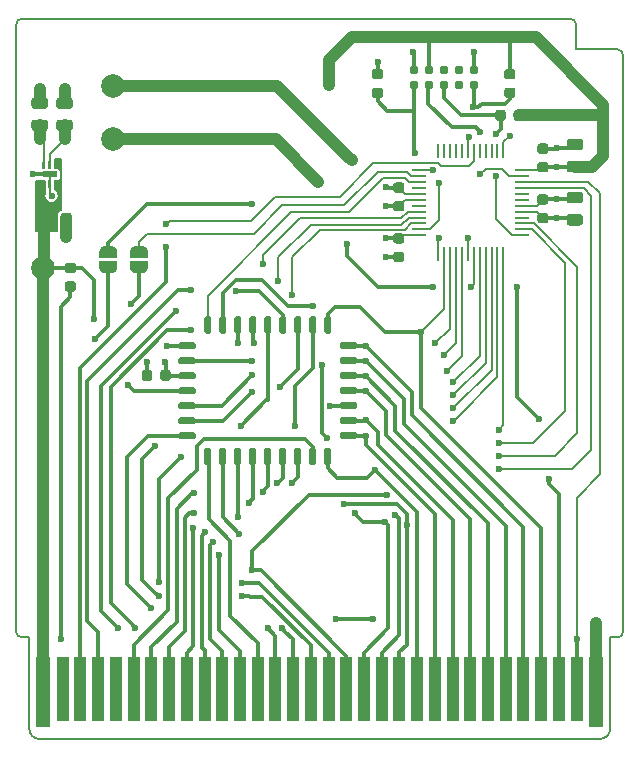
<source format=gbr>
G04 #@! TF.GenerationSoftware,KiCad,Pcbnew,5.1.6-c6e7f7d~86~ubuntu20.04.1*
G04 #@! TF.CreationDate,2020-05-17T15:57:30+03:00*
G04 #@! TF.ProjectId,GB-CART256K-A,47422d43-4152-4543-9235-364b2d412e6b,v1.2*
G04 #@! TF.SameCoordinates,Original*
G04 #@! TF.FileFunction,Copper,L1,Top*
G04 #@! TF.FilePolarity,Positive*
%FSLAX46Y46*%
G04 Gerber Fmt 4.6, Leading zero omitted, Abs format (unit mm)*
G04 Created by KiCad (PCBNEW 5.1.6-c6e7f7d~86~ubuntu20.04.1) date 2020-05-17 15:57:30*
%MOMM*%
%LPD*%
G01*
G04 APERTURE LIST*
G04 #@! TA.AperFunction,Profile*
%ADD10C,0.150000*%
G04 #@! TD*
G04 #@! TA.AperFunction,ConnectorPad*
%ADD11C,0.787400*%
G04 #@! TD*
G04 #@! TA.AperFunction,ConnectorPad*
%ADD12R,1.000000X5.500000*%
G04 #@! TD*
G04 #@! TA.AperFunction,ConnectorPad*
%ADD13R,1.300000X6.000000*%
G04 #@! TD*
G04 #@! TA.AperFunction,SMDPad,CuDef*
%ADD14C,0.100000*%
G04 #@! TD*
G04 #@! TA.AperFunction,SMDPad,CuDef*
%ADD15R,1.260000X0.500000*%
G04 #@! TD*
G04 #@! TA.AperFunction,SMDPad,CuDef*
%ADD16R,0.250000X1.300000*%
G04 #@! TD*
G04 #@! TA.AperFunction,SMDPad,CuDef*
%ADD17R,1.300000X0.250000*%
G04 #@! TD*
G04 #@! TA.AperFunction,ComponentPad*
%ADD18C,2.000000*%
G04 #@! TD*
G04 #@! TA.AperFunction,ViaPad*
%ADD19C,0.600000*%
G04 #@! TD*
G04 #@! TA.AperFunction,Conductor*
%ADD20C,0.200000*%
G04 #@! TD*
G04 #@! TA.AperFunction,Conductor*
%ADD21C,0.320000*%
G04 #@! TD*
G04 #@! TA.AperFunction,Conductor*
%ADD22C,1.000000*%
G04 #@! TD*
G04 APERTURE END LIST*
D10*
X74800000Y-91400000D02*
G75*
G02*
X74300000Y-90900000I0J500000D01*
G01*
X74300000Y-39500000D02*
G75*
G02*
X74800000Y-39000000I500000J0D01*
G01*
X121200000Y-39000000D02*
G75*
G02*
X121700000Y-39500000I0J-500000D01*
G01*
X125200000Y-41600000D02*
G75*
G02*
X125700000Y-42100000I0J-500000D01*
G01*
X125700000Y-90900000D02*
G75*
G02*
X125200000Y-91400000I-500000J0D01*
G01*
X76300000Y-100000000D02*
G75*
G02*
X75400000Y-99100000I0J900000D01*
G01*
X124600000Y-99100000D02*
G75*
G02*
X123700000Y-100000000I-900000J0D01*
G01*
X121700000Y-39500000D02*
X121700000Y-41600000D01*
X74800000Y-39000000D02*
X121200000Y-39000000D01*
X125200000Y-41600000D02*
X121700000Y-41600000D01*
X74300000Y-90900000D02*
X74300000Y-39500000D01*
X75400000Y-91400000D02*
X74800000Y-91400000D01*
X75400000Y-99100000D02*
X75400000Y-91400000D01*
X125700000Y-90900000D02*
X125700000Y-42100000D01*
X124600000Y-91400000D02*
X125200000Y-91400000D01*
X124600000Y-99100000D02*
X124600000Y-91400000D01*
X76300000Y-100000000D02*
X123700000Y-100000000D01*
D11*
X107960000Y-43365000D03*
X109230000Y-43365000D03*
X110500000Y-43365000D03*
X111770000Y-43365000D03*
X113040000Y-43365000D03*
X113040000Y-44635000D03*
X111770000Y-44635000D03*
X110500000Y-44635000D03*
X109230000Y-44635000D03*
X107960000Y-44635000D03*
G04 #@! TA.AperFunction,SMDPad,CuDef*
G36*
G01*
X85812732Y-68949710D02*
X85812732Y-69462210D01*
G75*
G02*
X85593982Y-69680960I-218750J0D01*
G01*
X85156482Y-69680960D01*
G75*
G02*
X84937732Y-69462210I0J218750D01*
G01*
X84937732Y-68949710D01*
G75*
G02*
X85156482Y-68730960I218750J0D01*
G01*
X85593982Y-68730960D01*
G75*
G02*
X85812732Y-68949710I0J-218750D01*
G01*
G37*
G04 #@! TD.AperFunction*
G04 #@! TA.AperFunction,SMDPad,CuDef*
G36*
G01*
X87387732Y-68949710D02*
X87387732Y-69462210D01*
G75*
G02*
X87168982Y-69680960I-218750J0D01*
G01*
X86731482Y-69680960D01*
G75*
G02*
X86512732Y-69462210I0J218750D01*
G01*
X86512732Y-68949710D01*
G75*
G02*
X86731482Y-68730960I218750J0D01*
G01*
X87168982Y-68730960D01*
G75*
G02*
X87387732Y-68949710I0J-218750D01*
G01*
G37*
G04 #@! TD.AperFunction*
G04 #@! TA.AperFunction,SMDPad,CuDef*
G36*
G01*
X118643750Y-55450000D02*
X119156250Y-55450000D01*
G75*
G02*
X119375000Y-55668750I0J-218750D01*
G01*
X119375000Y-56106250D01*
G75*
G02*
X119156250Y-56325000I-218750J0D01*
G01*
X118643750Y-56325000D01*
G75*
G02*
X118425000Y-56106250I0J218750D01*
G01*
X118425000Y-55668750D01*
G75*
G02*
X118643750Y-55450000I218750J0D01*
G01*
G37*
G04 #@! TD.AperFunction*
G04 #@! TA.AperFunction,SMDPad,CuDef*
G36*
G01*
X118643750Y-53875000D02*
X119156250Y-53875000D01*
G75*
G02*
X119375000Y-54093750I0J-218750D01*
G01*
X119375000Y-54531250D01*
G75*
G02*
X119156250Y-54750000I-218750J0D01*
G01*
X118643750Y-54750000D01*
G75*
G02*
X118425000Y-54531250I0J218750D01*
G01*
X118425000Y-54093750D01*
G75*
G02*
X118643750Y-53875000I218750J0D01*
G01*
G37*
G04 #@! TD.AperFunction*
G04 #@! TA.AperFunction,SMDPad,CuDef*
G36*
G01*
X106956250Y-53750000D02*
X106443750Y-53750000D01*
G75*
G02*
X106225000Y-53531250I0J218750D01*
G01*
X106225000Y-53093750D01*
G75*
G02*
X106443750Y-52875000I218750J0D01*
G01*
X106956250Y-52875000D01*
G75*
G02*
X107175000Y-53093750I0J-218750D01*
G01*
X107175000Y-53531250D01*
G75*
G02*
X106956250Y-53750000I-218750J0D01*
G01*
G37*
G04 #@! TD.AperFunction*
G04 #@! TA.AperFunction,SMDPad,CuDef*
G36*
G01*
X106956250Y-55325000D02*
X106443750Y-55325000D01*
G75*
G02*
X106225000Y-55106250I0J218750D01*
G01*
X106225000Y-54668750D01*
G75*
G02*
X106443750Y-54450000I218750J0D01*
G01*
X106956250Y-54450000D01*
G75*
G02*
X107175000Y-54668750I0J-218750D01*
G01*
X107175000Y-55106250D01*
G75*
G02*
X106956250Y-55325000I-218750J0D01*
G01*
G37*
G04 #@! TD.AperFunction*
G04 #@! TA.AperFunction,SMDPad,CuDef*
G36*
G01*
X106443750Y-58750000D02*
X106956250Y-58750000D01*
G75*
G02*
X107175000Y-58968750I0J-218750D01*
G01*
X107175000Y-59406250D01*
G75*
G02*
X106956250Y-59625000I-218750J0D01*
G01*
X106443750Y-59625000D01*
G75*
G02*
X106225000Y-59406250I0J218750D01*
G01*
X106225000Y-58968750D01*
G75*
G02*
X106443750Y-58750000I218750J0D01*
G01*
G37*
G04 #@! TD.AperFunction*
G04 #@! TA.AperFunction,SMDPad,CuDef*
G36*
G01*
X106443750Y-57175000D02*
X106956250Y-57175000D01*
G75*
G02*
X107175000Y-57393750I0J-218750D01*
G01*
X107175000Y-57831250D01*
G75*
G02*
X106956250Y-58050000I-218750J0D01*
G01*
X106443750Y-58050000D01*
G75*
G02*
X106225000Y-57831250I0J218750D01*
G01*
X106225000Y-57393750D01*
G75*
G02*
X106443750Y-57175000I218750J0D01*
G01*
G37*
G04 #@! TD.AperFunction*
G04 #@! TA.AperFunction,SMDPad,CuDef*
G36*
G01*
X119156250Y-50450000D02*
X118643750Y-50450000D01*
G75*
G02*
X118425000Y-50231250I0J218750D01*
G01*
X118425000Y-49793750D01*
G75*
G02*
X118643750Y-49575000I218750J0D01*
G01*
X119156250Y-49575000D01*
G75*
G02*
X119375000Y-49793750I0J-218750D01*
G01*
X119375000Y-50231250D01*
G75*
G02*
X119156250Y-50450000I-218750J0D01*
G01*
G37*
G04 #@! TD.AperFunction*
G04 #@! TA.AperFunction,SMDPad,CuDef*
G36*
G01*
X119156250Y-52025000D02*
X118643750Y-52025000D01*
G75*
G02*
X118425000Y-51806250I0J218750D01*
G01*
X118425000Y-51368750D01*
G75*
G02*
X118643750Y-51150000I218750J0D01*
G01*
X119156250Y-51150000D01*
G75*
G02*
X119375000Y-51368750I0J-218750D01*
G01*
X119375000Y-51806250D01*
G75*
G02*
X119156250Y-52025000I-218750J0D01*
G01*
G37*
G04 #@! TD.AperFunction*
G04 #@! TA.AperFunction,SMDPad,CuDef*
G36*
G01*
X78856250Y-46650000D02*
X77943750Y-46650000D01*
G75*
G02*
X77700000Y-46406250I0J243750D01*
G01*
X77700000Y-45918750D01*
G75*
G02*
X77943750Y-45675000I243750J0D01*
G01*
X78856250Y-45675000D01*
G75*
G02*
X79100000Y-45918750I0J-243750D01*
G01*
X79100000Y-46406250D01*
G75*
G02*
X78856250Y-46650000I-243750J0D01*
G01*
G37*
G04 #@! TD.AperFunction*
G04 #@! TA.AperFunction,SMDPad,CuDef*
G36*
G01*
X78856250Y-48525000D02*
X77943750Y-48525000D01*
G75*
G02*
X77700000Y-48281250I0J243750D01*
G01*
X77700000Y-47793750D01*
G75*
G02*
X77943750Y-47550000I243750J0D01*
G01*
X78856250Y-47550000D01*
G75*
G02*
X79100000Y-47793750I0J-243750D01*
G01*
X79100000Y-48281250D01*
G75*
G02*
X78856250Y-48525000I-243750J0D01*
G01*
G37*
G04 #@! TD.AperFunction*
G04 #@! TA.AperFunction,SMDPad,CuDef*
G36*
G01*
X76756250Y-46650000D02*
X75843750Y-46650000D01*
G75*
G02*
X75600000Y-46406250I0J243750D01*
G01*
X75600000Y-45918750D01*
G75*
G02*
X75843750Y-45675000I243750J0D01*
G01*
X76756250Y-45675000D01*
G75*
G02*
X77000000Y-45918750I0J-243750D01*
G01*
X77000000Y-46406250D01*
G75*
G02*
X76756250Y-46650000I-243750J0D01*
G01*
G37*
G04 #@! TD.AperFunction*
G04 #@! TA.AperFunction,SMDPad,CuDef*
G36*
G01*
X76756250Y-48525000D02*
X75843750Y-48525000D01*
G75*
G02*
X75600000Y-48281250I0J243750D01*
G01*
X75600000Y-47793750D01*
G75*
G02*
X75843750Y-47550000I243750J0D01*
G01*
X76756250Y-47550000D01*
G75*
G02*
X77000000Y-47793750I0J-243750D01*
G01*
X77000000Y-48281250D01*
G75*
G02*
X76756250Y-48525000I-243750J0D01*
G01*
G37*
G04 #@! TD.AperFunction*
G04 #@! TA.AperFunction,SMDPad,CuDef*
G36*
G01*
X121143750Y-55550000D02*
X122056250Y-55550000D01*
G75*
G02*
X122300000Y-55793750I0J-243750D01*
G01*
X122300000Y-56281250D01*
G75*
G02*
X122056250Y-56525000I-243750J0D01*
G01*
X121143750Y-56525000D01*
G75*
G02*
X120900000Y-56281250I0J243750D01*
G01*
X120900000Y-55793750D01*
G75*
G02*
X121143750Y-55550000I243750J0D01*
G01*
G37*
G04 #@! TD.AperFunction*
G04 #@! TA.AperFunction,SMDPad,CuDef*
G36*
G01*
X121143750Y-53675000D02*
X122056250Y-53675000D01*
G75*
G02*
X122300000Y-53918750I0J-243750D01*
G01*
X122300000Y-54406250D01*
G75*
G02*
X122056250Y-54650000I-243750J0D01*
G01*
X121143750Y-54650000D01*
G75*
G02*
X120900000Y-54406250I0J243750D01*
G01*
X120900000Y-53918750D01*
G75*
G02*
X121143750Y-53675000I243750J0D01*
G01*
G37*
G04 #@! TD.AperFunction*
G04 #@! TA.AperFunction,SMDPad,CuDef*
G36*
G01*
X122056250Y-50150000D02*
X121143750Y-50150000D01*
G75*
G02*
X120900000Y-49906250I0J243750D01*
G01*
X120900000Y-49418750D01*
G75*
G02*
X121143750Y-49175000I243750J0D01*
G01*
X122056250Y-49175000D01*
G75*
G02*
X122300000Y-49418750I0J-243750D01*
G01*
X122300000Y-49906250D01*
G75*
G02*
X122056250Y-50150000I-243750J0D01*
G01*
G37*
G04 #@! TD.AperFunction*
G04 #@! TA.AperFunction,SMDPad,CuDef*
G36*
G01*
X122056250Y-52025000D02*
X121143750Y-52025000D01*
G75*
G02*
X120900000Y-51781250I0J243750D01*
G01*
X120900000Y-51293750D01*
G75*
G02*
X121143750Y-51050000I243750J0D01*
G01*
X122056250Y-51050000D01*
G75*
G02*
X122300000Y-51293750I0J-243750D01*
G01*
X122300000Y-51781250D01*
G75*
G02*
X122056250Y-52025000I-243750J0D01*
G01*
G37*
G04 #@! TD.AperFunction*
G04 #@! TA.AperFunction,SMDPad,CuDef*
G36*
G01*
X78050000Y-56606250D02*
X78050000Y-55693750D01*
G75*
G02*
X78293750Y-55450000I243750J0D01*
G01*
X78781250Y-55450000D01*
G75*
G02*
X79025000Y-55693750I0J-243750D01*
G01*
X79025000Y-56606250D01*
G75*
G02*
X78781250Y-56850000I-243750J0D01*
G01*
X78293750Y-56850000D01*
G75*
G02*
X78050000Y-56606250I0J243750D01*
G01*
G37*
G04 #@! TD.AperFunction*
G04 #@! TA.AperFunction,SMDPad,CuDef*
G36*
G01*
X76175000Y-56606250D02*
X76175000Y-55693750D01*
G75*
G02*
X76418750Y-55450000I243750J0D01*
G01*
X76906250Y-55450000D01*
G75*
G02*
X77150000Y-55693750I0J-243750D01*
G01*
X77150000Y-56606250D01*
G75*
G02*
X76906250Y-56850000I-243750J0D01*
G01*
X76418750Y-56850000D01*
G75*
G02*
X76175000Y-56606250I0J243750D01*
G01*
G37*
G04 #@! TD.AperFunction*
D12*
X78250000Y-95750000D03*
D13*
X76600000Y-96000000D03*
D12*
X79750000Y-95750000D03*
X81250000Y-95750000D03*
X82750000Y-95750000D03*
X84250000Y-95750000D03*
X85750000Y-95750000D03*
X87250000Y-95750000D03*
X88750000Y-95750000D03*
X90250000Y-95750000D03*
X91750000Y-95750000D03*
X93250000Y-95750000D03*
X94750000Y-95750000D03*
X96250000Y-95750000D03*
X97750000Y-95750000D03*
X99250000Y-95750000D03*
X100750000Y-95750000D03*
X102250000Y-95750000D03*
X103750000Y-95750000D03*
X105250000Y-95750000D03*
X106750000Y-95750000D03*
X108250000Y-95750000D03*
X109750000Y-95750000D03*
X111250000Y-95750000D03*
X112750000Y-95750000D03*
X114250000Y-95750000D03*
X115750000Y-95750000D03*
X117250000Y-95750000D03*
X118750000Y-95750000D03*
X120250000Y-95750000D03*
X121750000Y-95750000D03*
D13*
X123400000Y-96000000D03*
G04 #@! TA.AperFunction,SMDPad,CuDef*
D14*
G36*
X82849398Y-60050000D02*
G01*
X82849398Y-60074534D01*
X82844588Y-60123365D01*
X82835016Y-60171490D01*
X82820772Y-60218445D01*
X82801995Y-60263778D01*
X82778864Y-60307051D01*
X82751604Y-60347850D01*
X82720476Y-60385779D01*
X82685779Y-60420476D01*
X82647850Y-60451604D01*
X82607051Y-60478864D01*
X82563778Y-60501995D01*
X82518445Y-60520772D01*
X82471490Y-60535016D01*
X82423365Y-60544588D01*
X82374534Y-60549398D01*
X82350000Y-60549398D01*
X82350000Y-60550000D01*
X81850000Y-60550000D01*
X81850000Y-60549398D01*
X81825466Y-60549398D01*
X81776635Y-60544588D01*
X81728510Y-60535016D01*
X81681555Y-60520772D01*
X81636222Y-60501995D01*
X81592949Y-60478864D01*
X81552150Y-60451604D01*
X81514221Y-60420476D01*
X81479524Y-60385779D01*
X81448396Y-60347850D01*
X81421136Y-60307051D01*
X81398005Y-60263778D01*
X81379228Y-60218445D01*
X81364984Y-60171490D01*
X81355412Y-60123365D01*
X81350602Y-60074534D01*
X81350602Y-60050000D01*
X81350000Y-60050000D01*
X81350000Y-59550000D01*
X82850000Y-59550000D01*
X82850000Y-60050000D01*
X82849398Y-60050000D01*
G37*
G04 #@! TD.AperFunction*
G04 #@! TA.AperFunction,SMDPad,CuDef*
G36*
X81350000Y-59250000D02*
G01*
X81350000Y-58750000D01*
X81350602Y-58750000D01*
X81350602Y-58725466D01*
X81355412Y-58676635D01*
X81364984Y-58628510D01*
X81379228Y-58581555D01*
X81398005Y-58536222D01*
X81421136Y-58492949D01*
X81448396Y-58452150D01*
X81479524Y-58414221D01*
X81514221Y-58379524D01*
X81552150Y-58348396D01*
X81592949Y-58321136D01*
X81636222Y-58298005D01*
X81681555Y-58279228D01*
X81728510Y-58264984D01*
X81776635Y-58255412D01*
X81825466Y-58250602D01*
X81850000Y-58250602D01*
X81850000Y-58250000D01*
X82350000Y-58250000D01*
X82350000Y-58250602D01*
X82374534Y-58250602D01*
X82423365Y-58255412D01*
X82471490Y-58264984D01*
X82518445Y-58279228D01*
X82563778Y-58298005D01*
X82607051Y-58321136D01*
X82647850Y-58348396D01*
X82685779Y-58379524D01*
X82720476Y-58414221D01*
X82751604Y-58452150D01*
X82778864Y-58492949D01*
X82801995Y-58536222D01*
X82820772Y-58581555D01*
X82835016Y-58628510D01*
X82844588Y-58676635D01*
X82849398Y-58725466D01*
X82849398Y-58750000D01*
X82850000Y-58750000D01*
X82850000Y-59250000D01*
X81350000Y-59250000D01*
G37*
G04 #@! TD.AperFunction*
G04 #@! TA.AperFunction,SMDPad,CuDef*
G36*
X85449398Y-60050000D02*
G01*
X85449398Y-60074534D01*
X85444588Y-60123365D01*
X85435016Y-60171490D01*
X85420772Y-60218445D01*
X85401995Y-60263778D01*
X85378864Y-60307051D01*
X85351604Y-60347850D01*
X85320476Y-60385779D01*
X85285779Y-60420476D01*
X85247850Y-60451604D01*
X85207051Y-60478864D01*
X85163778Y-60501995D01*
X85118445Y-60520772D01*
X85071490Y-60535016D01*
X85023365Y-60544588D01*
X84974534Y-60549398D01*
X84950000Y-60549398D01*
X84950000Y-60550000D01*
X84450000Y-60550000D01*
X84450000Y-60549398D01*
X84425466Y-60549398D01*
X84376635Y-60544588D01*
X84328510Y-60535016D01*
X84281555Y-60520772D01*
X84236222Y-60501995D01*
X84192949Y-60478864D01*
X84152150Y-60451604D01*
X84114221Y-60420476D01*
X84079524Y-60385779D01*
X84048396Y-60347850D01*
X84021136Y-60307051D01*
X83998005Y-60263778D01*
X83979228Y-60218445D01*
X83964984Y-60171490D01*
X83955412Y-60123365D01*
X83950602Y-60074534D01*
X83950602Y-60050000D01*
X83950000Y-60050000D01*
X83950000Y-59550000D01*
X85450000Y-59550000D01*
X85450000Y-60050000D01*
X85449398Y-60050000D01*
G37*
G04 #@! TD.AperFunction*
G04 #@! TA.AperFunction,SMDPad,CuDef*
G36*
X83950000Y-59250000D02*
G01*
X83950000Y-58750000D01*
X83950602Y-58750000D01*
X83950602Y-58725466D01*
X83955412Y-58676635D01*
X83964984Y-58628510D01*
X83979228Y-58581555D01*
X83998005Y-58536222D01*
X84021136Y-58492949D01*
X84048396Y-58452150D01*
X84079524Y-58414221D01*
X84114221Y-58379524D01*
X84152150Y-58348396D01*
X84192949Y-58321136D01*
X84236222Y-58298005D01*
X84281555Y-58279228D01*
X84328510Y-58264984D01*
X84376635Y-58255412D01*
X84425466Y-58250602D01*
X84450000Y-58250602D01*
X84450000Y-58250000D01*
X84950000Y-58250000D01*
X84950000Y-58250602D01*
X84974534Y-58250602D01*
X85023365Y-58255412D01*
X85071490Y-58264984D01*
X85118445Y-58279228D01*
X85163778Y-58298005D01*
X85207051Y-58321136D01*
X85247850Y-58348396D01*
X85285779Y-58379524D01*
X85320476Y-58414221D01*
X85351604Y-58452150D01*
X85378864Y-58492949D01*
X85401995Y-58536222D01*
X85420772Y-58581555D01*
X85435016Y-58628510D01*
X85444588Y-58676635D01*
X85449398Y-58725466D01*
X85449398Y-58750000D01*
X85450000Y-58750000D01*
X85450000Y-59250000D01*
X83950000Y-59250000D01*
G37*
G04 #@! TD.AperFunction*
D15*
X77150000Y-52200000D03*
G04 #@! TA.AperFunction,SMDPad,CuDef*
G36*
G01*
X76712500Y-51750000D02*
X76587500Y-51750000D01*
G75*
G02*
X76525000Y-51687500I0J62500D01*
G01*
X76525000Y-51112500D01*
G75*
G02*
X76587500Y-51050000I62500J0D01*
G01*
X76712500Y-51050000D01*
G75*
G02*
X76775000Y-51112500I0J-62500D01*
G01*
X76775000Y-51687500D01*
G75*
G02*
X76712500Y-51750000I-62500J0D01*
G01*
G37*
G04 #@! TD.AperFunction*
G04 #@! TA.AperFunction,SMDPad,CuDef*
G36*
G01*
X77212500Y-51750000D02*
X77087500Y-51750000D01*
G75*
G02*
X77025000Y-51687500I0J62500D01*
G01*
X77025000Y-51112500D01*
G75*
G02*
X77087500Y-51050000I62500J0D01*
G01*
X77212500Y-51050000D01*
G75*
G02*
X77275000Y-51112500I0J-62500D01*
G01*
X77275000Y-51687500D01*
G75*
G02*
X77212500Y-51750000I-62500J0D01*
G01*
G37*
G04 #@! TD.AperFunction*
G04 #@! TA.AperFunction,SMDPad,CuDef*
G36*
G01*
X77712500Y-51750000D02*
X77587500Y-51750000D01*
G75*
G02*
X77525000Y-51687500I0J62500D01*
G01*
X77525000Y-51112500D01*
G75*
G02*
X77587500Y-51050000I62500J0D01*
G01*
X77712500Y-51050000D01*
G75*
G02*
X77775000Y-51112500I0J-62500D01*
G01*
X77775000Y-51687500D01*
G75*
G02*
X77712500Y-51750000I-62500J0D01*
G01*
G37*
G04 #@! TD.AperFunction*
G04 #@! TA.AperFunction,SMDPad,CuDef*
G36*
G01*
X77712500Y-53350000D02*
X77587500Y-53350000D01*
G75*
G02*
X77525000Y-53287500I0J62500D01*
G01*
X77525000Y-52712500D01*
G75*
G02*
X77587500Y-52650000I62500J0D01*
G01*
X77712500Y-52650000D01*
G75*
G02*
X77775000Y-52712500I0J-62500D01*
G01*
X77775000Y-53287500D01*
G75*
G02*
X77712500Y-53350000I-62500J0D01*
G01*
G37*
G04 #@! TD.AperFunction*
G04 #@! TA.AperFunction,SMDPad,CuDef*
G36*
G01*
X77212500Y-53350000D02*
X77087500Y-53350000D01*
G75*
G02*
X77025000Y-53287500I0J62500D01*
G01*
X77025000Y-52712500D01*
G75*
G02*
X77087500Y-52650000I62500J0D01*
G01*
X77212500Y-52650000D01*
G75*
G02*
X77275000Y-52712500I0J-62500D01*
G01*
X77275000Y-53287500D01*
G75*
G02*
X77212500Y-53350000I-62500J0D01*
G01*
G37*
G04 #@! TD.AperFunction*
G04 #@! TA.AperFunction,SMDPad,CuDef*
G36*
G01*
X76712500Y-53350000D02*
X76587500Y-53350000D01*
G75*
G02*
X76525000Y-53287500I0J62500D01*
G01*
X76525000Y-52712500D01*
G75*
G02*
X76587500Y-52650000I62500J0D01*
G01*
X76712500Y-52650000D01*
G75*
G02*
X76775000Y-52712500I0J-62500D01*
G01*
X76775000Y-53287500D01*
G75*
G02*
X76712500Y-53350000I-62500J0D01*
G01*
G37*
G04 #@! TD.AperFunction*
G04 #@! TA.AperFunction,SMDPad,CuDef*
G36*
G01*
X89362732Y-69535960D02*
X88187732Y-69535960D01*
G75*
G02*
X88037732Y-69385960I0J150000D01*
G01*
X88037732Y-69085960D01*
G75*
G02*
X88187732Y-68935960I150000J0D01*
G01*
X89362732Y-68935960D01*
G75*
G02*
X89512732Y-69085960I0J-150000D01*
G01*
X89512732Y-69385960D01*
G75*
G02*
X89362732Y-69535960I-150000J0D01*
G01*
G37*
G04 #@! TD.AperFunction*
G04 #@! TA.AperFunction,SMDPad,CuDef*
G36*
G01*
X89362732Y-68265960D02*
X88187732Y-68265960D01*
G75*
G02*
X88037732Y-68115960I0J150000D01*
G01*
X88037732Y-67815960D01*
G75*
G02*
X88187732Y-67665960I150000J0D01*
G01*
X89362732Y-67665960D01*
G75*
G02*
X89512732Y-67815960I0J-150000D01*
G01*
X89512732Y-68115960D01*
G75*
G02*
X89362732Y-68265960I-150000J0D01*
G01*
G37*
G04 #@! TD.AperFunction*
G04 #@! TA.AperFunction,SMDPad,CuDef*
G36*
G01*
X89362732Y-66995960D02*
X88187732Y-66995960D01*
G75*
G02*
X88037732Y-66845960I0J150000D01*
G01*
X88037732Y-66545960D01*
G75*
G02*
X88187732Y-66395960I150000J0D01*
G01*
X89362732Y-66395960D01*
G75*
G02*
X89512732Y-66545960I0J-150000D01*
G01*
X89512732Y-66845960D01*
G75*
G02*
X89362732Y-66995960I-150000J0D01*
G01*
G37*
G04 #@! TD.AperFunction*
G04 #@! TA.AperFunction,SMDPad,CuDef*
G36*
G01*
X90682732Y-65680960D02*
X90382732Y-65680960D01*
G75*
G02*
X90232732Y-65530960I0J150000D01*
G01*
X90232732Y-64355960D01*
G75*
G02*
X90382732Y-64205960I150000J0D01*
G01*
X90682732Y-64205960D01*
G75*
G02*
X90832732Y-64355960I0J-150000D01*
G01*
X90832732Y-65530960D01*
G75*
G02*
X90682732Y-65680960I-150000J0D01*
G01*
G37*
G04 #@! TD.AperFunction*
G04 #@! TA.AperFunction,SMDPad,CuDef*
G36*
G01*
X91952732Y-65680960D02*
X91652732Y-65680960D01*
G75*
G02*
X91502732Y-65530960I0J150000D01*
G01*
X91502732Y-64355960D01*
G75*
G02*
X91652732Y-64205960I150000J0D01*
G01*
X91952732Y-64205960D01*
G75*
G02*
X92102732Y-64355960I0J-150000D01*
G01*
X92102732Y-65530960D01*
G75*
G02*
X91952732Y-65680960I-150000J0D01*
G01*
G37*
G04 #@! TD.AperFunction*
G04 #@! TA.AperFunction,SMDPad,CuDef*
G36*
G01*
X93222732Y-65680960D02*
X92922732Y-65680960D01*
G75*
G02*
X92772732Y-65530960I0J150000D01*
G01*
X92772732Y-64355960D01*
G75*
G02*
X92922732Y-64205960I150000J0D01*
G01*
X93222732Y-64205960D01*
G75*
G02*
X93372732Y-64355960I0J-150000D01*
G01*
X93372732Y-65530960D01*
G75*
G02*
X93222732Y-65680960I-150000J0D01*
G01*
G37*
G04 #@! TD.AperFunction*
G04 #@! TA.AperFunction,SMDPad,CuDef*
G36*
G01*
X94492732Y-65680960D02*
X94192732Y-65680960D01*
G75*
G02*
X94042732Y-65530960I0J150000D01*
G01*
X94042732Y-64355960D01*
G75*
G02*
X94192732Y-64205960I150000J0D01*
G01*
X94492732Y-64205960D01*
G75*
G02*
X94642732Y-64355960I0J-150000D01*
G01*
X94642732Y-65530960D01*
G75*
G02*
X94492732Y-65680960I-150000J0D01*
G01*
G37*
G04 #@! TD.AperFunction*
G04 #@! TA.AperFunction,SMDPad,CuDef*
G36*
G01*
X95762732Y-65680960D02*
X95462732Y-65680960D01*
G75*
G02*
X95312732Y-65530960I0J150000D01*
G01*
X95312732Y-64355960D01*
G75*
G02*
X95462732Y-64205960I150000J0D01*
G01*
X95762732Y-64205960D01*
G75*
G02*
X95912732Y-64355960I0J-150000D01*
G01*
X95912732Y-65530960D01*
G75*
G02*
X95762732Y-65680960I-150000J0D01*
G01*
G37*
G04 #@! TD.AperFunction*
G04 #@! TA.AperFunction,SMDPad,CuDef*
G36*
G01*
X97032732Y-65680960D02*
X96732732Y-65680960D01*
G75*
G02*
X96582732Y-65530960I0J150000D01*
G01*
X96582732Y-64355960D01*
G75*
G02*
X96732732Y-64205960I150000J0D01*
G01*
X97032732Y-64205960D01*
G75*
G02*
X97182732Y-64355960I0J-150000D01*
G01*
X97182732Y-65530960D01*
G75*
G02*
X97032732Y-65680960I-150000J0D01*
G01*
G37*
G04 #@! TD.AperFunction*
G04 #@! TA.AperFunction,SMDPad,CuDef*
G36*
G01*
X98302732Y-65680960D02*
X98002732Y-65680960D01*
G75*
G02*
X97852732Y-65530960I0J150000D01*
G01*
X97852732Y-64355960D01*
G75*
G02*
X98002732Y-64205960I150000J0D01*
G01*
X98302732Y-64205960D01*
G75*
G02*
X98452732Y-64355960I0J-150000D01*
G01*
X98452732Y-65530960D01*
G75*
G02*
X98302732Y-65680960I-150000J0D01*
G01*
G37*
G04 #@! TD.AperFunction*
G04 #@! TA.AperFunction,SMDPad,CuDef*
G36*
G01*
X99572732Y-65680960D02*
X99272732Y-65680960D01*
G75*
G02*
X99122732Y-65530960I0J150000D01*
G01*
X99122732Y-64355960D01*
G75*
G02*
X99272732Y-64205960I150000J0D01*
G01*
X99572732Y-64205960D01*
G75*
G02*
X99722732Y-64355960I0J-150000D01*
G01*
X99722732Y-65530960D01*
G75*
G02*
X99572732Y-65680960I-150000J0D01*
G01*
G37*
G04 #@! TD.AperFunction*
G04 #@! TA.AperFunction,SMDPad,CuDef*
G36*
G01*
X100842732Y-65680960D02*
X100542732Y-65680960D01*
G75*
G02*
X100392732Y-65530960I0J150000D01*
G01*
X100392732Y-64355960D01*
G75*
G02*
X100542732Y-64205960I150000J0D01*
G01*
X100842732Y-64205960D01*
G75*
G02*
X100992732Y-64355960I0J-150000D01*
G01*
X100992732Y-65530960D01*
G75*
G02*
X100842732Y-65680960I-150000J0D01*
G01*
G37*
G04 #@! TD.AperFunction*
G04 #@! TA.AperFunction,SMDPad,CuDef*
G36*
G01*
X103037732Y-66995960D02*
X101862732Y-66995960D01*
G75*
G02*
X101712732Y-66845960I0J150000D01*
G01*
X101712732Y-66545960D01*
G75*
G02*
X101862732Y-66395960I150000J0D01*
G01*
X103037732Y-66395960D01*
G75*
G02*
X103187732Y-66545960I0J-150000D01*
G01*
X103187732Y-66845960D01*
G75*
G02*
X103037732Y-66995960I-150000J0D01*
G01*
G37*
G04 #@! TD.AperFunction*
G04 #@! TA.AperFunction,SMDPad,CuDef*
G36*
G01*
X103037732Y-68265960D02*
X101862732Y-68265960D01*
G75*
G02*
X101712732Y-68115960I0J150000D01*
G01*
X101712732Y-67815960D01*
G75*
G02*
X101862732Y-67665960I150000J0D01*
G01*
X103037732Y-67665960D01*
G75*
G02*
X103187732Y-67815960I0J-150000D01*
G01*
X103187732Y-68115960D01*
G75*
G02*
X103037732Y-68265960I-150000J0D01*
G01*
G37*
G04 #@! TD.AperFunction*
G04 #@! TA.AperFunction,SMDPad,CuDef*
G36*
G01*
X103037732Y-69535960D02*
X101862732Y-69535960D01*
G75*
G02*
X101712732Y-69385960I0J150000D01*
G01*
X101712732Y-69085960D01*
G75*
G02*
X101862732Y-68935960I150000J0D01*
G01*
X103037732Y-68935960D01*
G75*
G02*
X103187732Y-69085960I0J-150000D01*
G01*
X103187732Y-69385960D01*
G75*
G02*
X103037732Y-69535960I-150000J0D01*
G01*
G37*
G04 #@! TD.AperFunction*
G04 #@! TA.AperFunction,SMDPad,CuDef*
G36*
G01*
X103037732Y-70805960D02*
X101862732Y-70805960D01*
G75*
G02*
X101712732Y-70655960I0J150000D01*
G01*
X101712732Y-70355960D01*
G75*
G02*
X101862732Y-70205960I150000J0D01*
G01*
X103037732Y-70205960D01*
G75*
G02*
X103187732Y-70355960I0J-150000D01*
G01*
X103187732Y-70655960D01*
G75*
G02*
X103037732Y-70805960I-150000J0D01*
G01*
G37*
G04 #@! TD.AperFunction*
G04 #@! TA.AperFunction,SMDPad,CuDef*
G36*
G01*
X103037732Y-72075960D02*
X101862732Y-72075960D01*
G75*
G02*
X101712732Y-71925960I0J150000D01*
G01*
X101712732Y-71625960D01*
G75*
G02*
X101862732Y-71475960I150000J0D01*
G01*
X103037732Y-71475960D01*
G75*
G02*
X103187732Y-71625960I0J-150000D01*
G01*
X103187732Y-71925960D01*
G75*
G02*
X103037732Y-72075960I-150000J0D01*
G01*
G37*
G04 #@! TD.AperFunction*
G04 #@! TA.AperFunction,SMDPad,CuDef*
G36*
G01*
X103037732Y-73345960D02*
X101862732Y-73345960D01*
G75*
G02*
X101712732Y-73195960I0J150000D01*
G01*
X101712732Y-72895960D01*
G75*
G02*
X101862732Y-72745960I150000J0D01*
G01*
X103037732Y-72745960D01*
G75*
G02*
X103187732Y-72895960I0J-150000D01*
G01*
X103187732Y-73195960D01*
G75*
G02*
X103037732Y-73345960I-150000J0D01*
G01*
G37*
G04 #@! TD.AperFunction*
G04 #@! TA.AperFunction,SMDPad,CuDef*
G36*
G01*
X103037732Y-74615960D02*
X101862732Y-74615960D01*
G75*
G02*
X101712732Y-74465960I0J150000D01*
G01*
X101712732Y-74165960D01*
G75*
G02*
X101862732Y-74015960I150000J0D01*
G01*
X103037732Y-74015960D01*
G75*
G02*
X103187732Y-74165960I0J-150000D01*
G01*
X103187732Y-74465960D01*
G75*
G02*
X103037732Y-74615960I-150000J0D01*
G01*
G37*
G04 #@! TD.AperFunction*
G04 #@! TA.AperFunction,SMDPad,CuDef*
G36*
G01*
X100842732Y-76805960D02*
X100542732Y-76805960D01*
G75*
G02*
X100392732Y-76655960I0J150000D01*
G01*
X100392732Y-75480960D01*
G75*
G02*
X100542732Y-75330960I150000J0D01*
G01*
X100842732Y-75330960D01*
G75*
G02*
X100992732Y-75480960I0J-150000D01*
G01*
X100992732Y-76655960D01*
G75*
G02*
X100842732Y-76805960I-150000J0D01*
G01*
G37*
G04 #@! TD.AperFunction*
G04 #@! TA.AperFunction,SMDPad,CuDef*
G36*
G01*
X99572732Y-76805960D02*
X99272732Y-76805960D01*
G75*
G02*
X99122732Y-76655960I0J150000D01*
G01*
X99122732Y-75480960D01*
G75*
G02*
X99272732Y-75330960I150000J0D01*
G01*
X99572732Y-75330960D01*
G75*
G02*
X99722732Y-75480960I0J-150000D01*
G01*
X99722732Y-76655960D01*
G75*
G02*
X99572732Y-76805960I-150000J0D01*
G01*
G37*
G04 #@! TD.AperFunction*
G04 #@! TA.AperFunction,SMDPad,CuDef*
G36*
G01*
X98302732Y-76805960D02*
X98002732Y-76805960D01*
G75*
G02*
X97852732Y-76655960I0J150000D01*
G01*
X97852732Y-75480960D01*
G75*
G02*
X98002732Y-75330960I150000J0D01*
G01*
X98302732Y-75330960D01*
G75*
G02*
X98452732Y-75480960I0J-150000D01*
G01*
X98452732Y-76655960D01*
G75*
G02*
X98302732Y-76805960I-150000J0D01*
G01*
G37*
G04 #@! TD.AperFunction*
G04 #@! TA.AperFunction,SMDPad,CuDef*
G36*
G01*
X97032732Y-76805960D02*
X96732732Y-76805960D01*
G75*
G02*
X96582732Y-76655960I0J150000D01*
G01*
X96582732Y-75480960D01*
G75*
G02*
X96732732Y-75330960I150000J0D01*
G01*
X97032732Y-75330960D01*
G75*
G02*
X97182732Y-75480960I0J-150000D01*
G01*
X97182732Y-76655960D01*
G75*
G02*
X97032732Y-76805960I-150000J0D01*
G01*
G37*
G04 #@! TD.AperFunction*
G04 #@! TA.AperFunction,SMDPad,CuDef*
G36*
G01*
X95762732Y-76805960D02*
X95462732Y-76805960D01*
G75*
G02*
X95312732Y-76655960I0J150000D01*
G01*
X95312732Y-75480960D01*
G75*
G02*
X95462732Y-75330960I150000J0D01*
G01*
X95762732Y-75330960D01*
G75*
G02*
X95912732Y-75480960I0J-150000D01*
G01*
X95912732Y-76655960D01*
G75*
G02*
X95762732Y-76805960I-150000J0D01*
G01*
G37*
G04 #@! TD.AperFunction*
G04 #@! TA.AperFunction,SMDPad,CuDef*
G36*
G01*
X94492732Y-76805960D02*
X94192732Y-76805960D01*
G75*
G02*
X94042732Y-76655960I0J150000D01*
G01*
X94042732Y-75480960D01*
G75*
G02*
X94192732Y-75330960I150000J0D01*
G01*
X94492732Y-75330960D01*
G75*
G02*
X94642732Y-75480960I0J-150000D01*
G01*
X94642732Y-76655960D01*
G75*
G02*
X94492732Y-76805960I-150000J0D01*
G01*
G37*
G04 #@! TD.AperFunction*
G04 #@! TA.AperFunction,SMDPad,CuDef*
G36*
G01*
X93222732Y-76805960D02*
X92922732Y-76805960D01*
G75*
G02*
X92772732Y-76655960I0J150000D01*
G01*
X92772732Y-75480960D01*
G75*
G02*
X92922732Y-75330960I150000J0D01*
G01*
X93222732Y-75330960D01*
G75*
G02*
X93372732Y-75480960I0J-150000D01*
G01*
X93372732Y-76655960D01*
G75*
G02*
X93222732Y-76805960I-150000J0D01*
G01*
G37*
G04 #@! TD.AperFunction*
G04 #@! TA.AperFunction,SMDPad,CuDef*
G36*
G01*
X91952732Y-76805960D02*
X91652732Y-76805960D01*
G75*
G02*
X91502732Y-76655960I0J150000D01*
G01*
X91502732Y-75480960D01*
G75*
G02*
X91652732Y-75330960I150000J0D01*
G01*
X91952732Y-75330960D01*
G75*
G02*
X92102732Y-75480960I0J-150000D01*
G01*
X92102732Y-76655960D01*
G75*
G02*
X91952732Y-76805960I-150000J0D01*
G01*
G37*
G04 #@! TD.AperFunction*
G04 #@! TA.AperFunction,SMDPad,CuDef*
G36*
G01*
X90682732Y-76805960D02*
X90382732Y-76805960D01*
G75*
G02*
X90232732Y-76655960I0J150000D01*
G01*
X90232732Y-75480960D01*
G75*
G02*
X90382732Y-75330960I150000J0D01*
G01*
X90682732Y-75330960D01*
G75*
G02*
X90832732Y-75480960I0J-150000D01*
G01*
X90832732Y-76655960D01*
G75*
G02*
X90682732Y-76805960I-150000J0D01*
G01*
G37*
G04 #@! TD.AperFunction*
G04 #@! TA.AperFunction,SMDPad,CuDef*
G36*
G01*
X89362732Y-74615960D02*
X88187732Y-74615960D01*
G75*
G02*
X88037732Y-74465960I0J150000D01*
G01*
X88037732Y-74165960D01*
G75*
G02*
X88187732Y-74015960I150000J0D01*
G01*
X89362732Y-74015960D01*
G75*
G02*
X89512732Y-74165960I0J-150000D01*
G01*
X89512732Y-74465960D01*
G75*
G02*
X89362732Y-74615960I-150000J0D01*
G01*
G37*
G04 #@! TD.AperFunction*
G04 #@! TA.AperFunction,SMDPad,CuDef*
G36*
G01*
X89362732Y-73345960D02*
X88187732Y-73345960D01*
G75*
G02*
X88037732Y-73195960I0J150000D01*
G01*
X88037732Y-72895960D01*
G75*
G02*
X88187732Y-72745960I150000J0D01*
G01*
X89362732Y-72745960D01*
G75*
G02*
X89512732Y-72895960I0J-150000D01*
G01*
X89512732Y-73195960D01*
G75*
G02*
X89362732Y-73345960I-150000J0D01*
G01*
G37*
G04 #@! TD.AperFunction*
G04 #@! TA.AperFunction,SMDPad,CuDef*
G36*
G01*
X89362732Y-72075960D02*
X88187732Y-72075960D01*
G75*
G02*
X88037732Y-71925960I0J150000D01*
G01*
X88037732Y-71625960D01*
G75*
G02*
X88187732Y-71475960I150000J0D01*
G01*
X89362732Y-71475960D01*
G75*
G02*
X89512732Y-71625960I0J-150000D01*
G01*
X89512732Y-71925960D01*
G75*
G02*
X89362732Y-72075960I-150000J0D01*
G01*
G37*
G04 #@! TD.AperFunction*
G04 #@! TA.AperFunction,SMDPad,CuDef*
G36*
G01*
X89362732Y-70805960D02*
X88187732Y-70805960D01*
G75*
G02*
X88037732Y-70655960I0J150000D01*
G01*
X88037732Y-70355960D01*
G75*
G02*
X88187732Y-70205960I150000J0D01*
G01*
X89362732Y-70205960D01*
G75*
G02*
X89512732Y-70355960I0J-150000D01*
G01*
X89512732Y-70655960D01*
G75*
G02*
X89362732Y-70805960I-150000J0D01*
G01*
G37*
G04 #@! TD.AperFunction*
D16*
X110050000Y-50250000D03*
X110550000Y-50250000D03*
X111050000Y-50250000D03*
X111550000Y-50250000D03*
X112050000Y-50250000D03*
X112550000Y-50250000D03*
X113050000Y-50250000D03*
X113550000Y-50250000D03*
X114050000Y-50250000D03*
X114550000Y-50250000D03*
X115050000Y-50250000D03*
X115550000Y-50250000D03*
D17*
X117150000Y-51850000D03*
X117150000Y-52350000D03*
X117150000Y-52850000D03*
X117150000Y-53350000D03*
X117150000Y-53850000D03*
X117150000Y-54350000D03*
X117150000Y-54850000D03*
X117150000Y-55350000D03*
X117150000Y-55850000D03*
X117150000Y-56350000D03*
X117150000Y-56850000D03*
X117150000Y-57350000D03*
D16*
X115550000Y-58950000D03*
X115050000Y-58950000D03*
X114550000Y-58950000D03*
X114050000Y-58950000D03*
X113550000Y-58950000D03*
X113050000Y-58950000D03*
X112550000Y-58950000D03*
X112050000Y-58950000D03*
X111550000Y-58950000D03*
X111050000Y-58950000D03*
X110550000Y-58950000D03*
X110050000Y-58950000D03*
D17*
X108450000Y-57350000D03*
X108450000Y-56850000D03*
X108450000Y-56350000D03*
X108450000Y-55850000D03*
X108450000Y-55350000D03*
X108450000Y-54850000D03*
X108450000Y-54350000D03*
X108450000Y-53850000D03*
X108450000Y-53350000D03*
X108450000Y-52850000D03*
X108450000Y-52350000D03*
X108450000Y-51850000D03*
G04 #@! TA.AperFunction,SMDPad,CuDef*
G36*
G01*
X115843750Y-44850000D02*
X116356250Y-44850000D01*
G75*
G02*
X116575000Y-45068750I0J-218750D01*
G01*
X116575000Y-45506250D01*
G75*
G02*
X116356250Y-45725000I-218750J0D01*
G01*
X115843750Y-45725000D01*
G75*
G02*
X115625000Y-45506250I0J218750D01*
G01*
X115625000Y-45068750D01*
G75*
G02*
X115843750Y-44850000I218750J0D01*
G01*
G37*
G04 #@! TD.AperFunction*
G04 #@! TA.AperFunction,SMDPad,CuDef*
G36*
G01*
X115843750Y-43275000D02*
X116356250Y-43275000D01*
G75*
G02*
X116575000Y-43493750I0J-218750D01*
G01*
X116575000Y-43931250D01*
G75*
G02*
X116356250Y-44150000I-218750J0D01*
G01*
X115843750Y-44150000D01*
G75*
G02*
X115625000Y-43931250I0J218750D01*
G01*
X115625000Y-43493750D01*
G75*
G02*
X115843750Y-43275000I218750J0D01*
G01*
G37*
G04 #@! TD.AperFunction*
G04 #@! TA.AperFunction,SMDPad,CuDef*
G36*
G01*
X115750000Y-46943750D02*
X115750000Y-47456250D01*
G75*
G02*
X115531250Y-47675000I-218750J0D01*
G01*
X115093750Y-47675000D01*
G75*
G02*
X114875000Y-47456250I0J218750D01*
G01*
X114875000Y-46943750D01*
G75*
G02*
X115093750Y-46725000I218750J0D01*
G01*
X115531250Y-46725000D01*
G75*
G02*
X115750000Y-46943750I0J-218750D01*
G01*
G37*
G04 #@! TD.AperFunction*
G04 #@! TA.AperFunction,SMDPad,CuDef*
G36*
G01*
X117325000Y-46943750D02*
X117325000Y-47456250D01*
G75*
G02*
X117106250Y-47675000I-218750J0D01*
G01*
X116668750Y-47675000D01*
G75*
G02*
X116450000Y-47456250I0J218750D01*
G01*
X116450000Y-46943750D01*
G75*
G02*
X116668750Y-46725000I218750J0D01*
G01*
X117106250Y-46725000D01*
G75*
G02*
X117325000Y-46943750I0J-218750D01*
G01*
G37*
G04 #@! TD.AperFunction*
G04 #@! TA.AperFunction,SMDPad,CuDef*
G36*
G01*
X105156250Y-44150000D02*
X104643750Y-44150000D01*
G75*
G02*
X104425000Y-43931250I0J218750D01*
G01*
X104425000Y-43493750D01*
G75*
G02*
X104643750Y-43275000I218750J0D01*
G01*
X105156250Y-43275000D01*
G75*
G02*
X105375000Y-43493750I0J-218750D01*
G01*
X105375000Y-43931250D01*
G75*
G02*
X105156250Y-44150000I-218750J0D01*
G01*
G37*
G04 #@! TD.AperFunction*
G04 #@! TA.AperFunction,SMDPad,CuDef*
G36*
G01*
X105156250Y-45725000D02*
X104643750Y-45725000D01*
G75*
G02*
X104425000Y-45506250I0J218750D01*
G01*
X104425000Y-45068750D01*
G75*
G02*
X104643750Y-44850000I218750J0D01*
G01*
X105156250Y-44850000D01*
G75*
G02*
X105375000Y-45068750I0J-218750D01*
G01*
X105375000Y-45506250D01*
G75*
G02*
X105156250Y-45725000I-218750J0D01*
G01*
G37*
G04 #@! TD.AperFunction*
G04 #@! TA.AperFunction,SMDPad,CuDef*
G36*
G01*
X78643750Y-61250000D02*
X79156250Y-61250000D01*
G75*
G02*
X79375000Y-61468750I0J-218750D01*
G01*
X79375000Y-61906250D01*
G75*
G02*
X79156250Y-62125000I-218750J0D01*
G01*
X78643750Y-62125000D01*
G75*
G02*
X78425000Y-61906250I0J218750D01*
G01*
X78425000Y-61468750D01*
G75*
G02*
X78643750Y-61250000I218750J0D01*
G01*
G37*
G04 #@! TD.AperFunction*
G04 #@! TA.AperFunction,SMDPad,CuDef*
G36*
G01*
X78643750Y-59675000D02*
X79156250Y-59675000D01*
G75*
G02*
X79375000Y-59893750I0J-218750D01*
G01*
X79375000Y-60331250D01*
G75*
G02*
X79156250Y-60550000I-218750J0D01*
G01*
X78643750Y-60550000D01*
G75*
G02*
X78425000Y-60331250I0J218750D01*
G01*
X78425000Y-59893750D01*
G75*
G02*
X78643750Y-59675000I218750J0D01*
G01*
G37*
G04 #@! TD.AperFunction*
D18*
X82500000Y-44700000D03*
X76600000Y-60100000D03*
X82500000Y-49200000D03*
D19*
X120100000Y-51600000D03*
X105600000Y-57600000D03*
X99900000Y-52800000D03*
X78400000Y-49200000D03*
X100800000Y-44600000D03*
X86900000Y-68100000D03*
X80900000Y-64400000D03*
X120100000Y-54300000D03*
X105600000Y-54900000D03*
X102700000Y-51000000D03*
X76300000Y-49200000D03*
X121750000Y-91500000D03*
X78100000Y-91500000D03*
X101400000Y-89800000D03*
X104500000Y-89800000D03*
X123400000Y-90200000D03*
X78550000Y-57500000D03*
X77300000Y-54000000D03*
X75700000Y-52200000D03*
X85400000Y-68100000D03*
X100900000Y-71800000D03*
X120100000Y-55900000D03*
X120100000Y-50000000D03*
X105600000Y-59200000D03*
X110100000Y-57600000D03*
X105600000Y-53300000D03*
X116100000Y-48900000D03*
X76300000Y-44999694D03*
X78400000Y-45000000D03*
X112600000Y-57600000D03*
X112650000Y-49000000D03*
X107900000Y-41800000D03*
X113100000Y-41800000D03*
X104900000Y-42700000D03*
X110099998Y-52900000D03*
X108100000Y-50400000D03*
X114900000Y-48800000D03*
X114900000Y-52300002D03*
X109599992Y-51850000D03*
X113000000Y-46500000D03*
X94300000Y-70599998D03*
X97700000Y-62400000D03*
X96500000Y-61200000D03*
X94300000Y-69200000D03*
X95200000Y-59800000D03*
X94300000Y-67965960D03*
X116700000Y-61700000D03*
X118600000Y-72900000D03*
X119400000Y-78000000D03*
X112800000Y-61700000D03*
X94300000Y-54700000D03*
X102300000Y-58100000D03*
X109600000Y-61700000D03*
X104700000Y-77200000D03*
X111300000Y-73100000D03*
X103900000Y-74300000D03*
X111300000Y-72000000D03*
X103900000Y-73000000D03*
X111300006Y-70900000D03*
X103900000Y-70500000D03*
X111300000Y-69800000D03*
X103900000Y-69300000D03*
X110800000Y-68800000D03*
X103900000Y-68000000D03*
X110500000Y-67500000D03*
X103900000Y-66700000D03*
X109800000Y-66500000D03*
X108600000Y-65500000D03*
X113600000Y-52200000D03*
X113600000Y-48600000D03*
X87000000Y-56400000D03*
X87000000Y-58299998D03*
X85700000Y-88900000D03*
X94300000Y-85700000D03*
X105700000Y-79300000D03*
X115200000Y-73800000D03*
X99400000Y-63300000D03*
X100600000Y-74500000D03*
X105500000Y-81600000D03*
X115200000Y-74900000D03*
X103000000Y-80900000D03*
X100200000Y-68300000D03*
X106400000Y-81000000D03*
X115200000Y-76000000D03*
X97900000Y-73500000D03*
X115200000Y-77100000D03*
X107400000Y-81900000D03*
X102100000Y-80100000D03*
X83800000Y-70000000D03*
X81000000Y-66100000D03*
X93199994Y-82600000D03*
X91500000Y-84400000D03*
X93072732Y-81200000D03*
X91000000Y-83300000D03*
X93999994Y-79999994D03*
X90300000Y-82500000D03*
X95200001Y-79100000D03*
X89300000Y-82100000D03*
X89400000Y-80900000D03*
X96400000Y-78300002D03*
X89400000Y-79200000D03*
X97700000Y-78300000D03*
X93400000Y-87900000D03*
X96600000Y-70200000D03*
X86100000Y-75200000D03*
X86400010Y-87900000D03*
X89100000Y-62000000D03*
X92900016Y-62100000D03*
X93300000Y-73500000D03*
X88300000Y-76100000D03*
X86399996Y-86700000D03*
X93400000Y-86800000D03*
X96800000Y-90599998D03*
X94400000Y-66500000D03*
X87800000Y-63800000D03*
X82900000Y-90600000D03*
X95600000Y-90600000D03*
X93100000Y-66500000D03*
X89100000Y-65400000D03*
X84400000Y-90599994D03*
X87100000Y-66700000D03*
X84000000Y-63200000D03*
D20*
X118637500Y-51850000D02*
X118900000Y-51587500D01*
X117150000Y-51850000D02*
X118637500Y-51850000D01*
D21*
X118900000Y-51587500D02*
X120087500Y-51587500D01*
X120087500Y-51587500D02*
X120100000Y-51600000D01*
X121537500Y-51600000D02*
X121600000Y-51537500D01*
X120100000Y-51600000D02*
X121537500Y-51600000D01*
D20*
X106962500Y-57350000D02*
X106700000Y-57612500D01*
X108450000Y-57350000D02*
X106962500Y-57350000D01*
D21*
X106700000Y-57612500D02*
X105612500Y-57612500D01*
X105612500Y-57612500D02*
X105600000Y-57600000D01*
D22*
X123062500Y-51537500D02*
X121600000Y-51537500D01*
X124000000Y-50600000D02*
X123062500Y-51537500D01*
X78400000Y-48037500D02*
X78400000Y-49200000D01*
D20*
X77150000Y-50450000D02*
X78400000Y-49200000D01*
X77150000Y-51400000D02*
X77150000Y-50450000D01*
D22*
X117425000Y-47200000D02*
X124000000Y-47200000D01*
X116887500Y-47200000D02*
X117425000Y-47200000D01*
X124000000Y-47200000D02*
X124000000Y-50600000D01*
X82500000Y-49200000D02*
X96300000Y-49200000D01*
X96300000Y-49200000D02*
X99900000Y-52800000D01*
X118300000Y-40600000D02*
X124000000Y-46300000D01*
X124000000Y-46300000D02*
X124000000Y-47200000D01*
X100800000Y-44600000D02*
X100800000Y-42500000D01*
X100800000Y-42500000D02*
X102700000Y-40600000D01*
D21*
X109230000Y-40670000D02*
X109300000Y-40600000D01*
D22*
X102700000Y-40600000D02*
X109300000Y-40600000D01*
D21*
X109230000Y-43365000D02*
X109230000Y-40670000D01*
X116100000Y-43712500D02*
X116100000Y-40600000D01*
D22*
X109300000Y-40600000D02*
X116100000Y-40600000D01*
X116100000Y-40600000D02*
X118300000Y-40600000D01*
D21*
X86980232Y-69235960D02*
X86950232Y-69205960D01*
X88775232Y-69235960D02*
X86980232Y-69235960D01*
D22*
X76662500Y-60037500D02*
X76600000Y-60100000D01*
X76662500Y-56150000D02*
X76662500Y-60037500D01*
D20*
X76650000Y-56137500D02*
X76662500Y-56150000D01*
X76662500Y-55837500D02*
X76662500Y-56150000D01*
D21*
X76612500Y-60112500D02*
X76600000Y-60100000D01*
X78900000Y-60112500D02*
X76612500Y-60112500D01*
D22*
X76600000Y-92000000D02*
X76600000Y-60100000D01*
X76600000Y-96000000D02*
X76600000Y-92000000D01*
D21*
X86950232Y-69205960D02*
X86950232Y-68150232D01*
X86950232Y-68150232D02*
X86900000Y-68100000D01*
X78912500Y-60100000D02*
X78900000Y-60112500D01*
X79900000Y-60100000D02*
X78912500Y-60100000D01*
X80900000Y-64400000D02*
X80900000Y-61100000D01*
X80900000Y-61100000D02*
X79900000Y-60100000D01*
D20*
X118362500Y-54850000D02*
X118900000Y-54312500D01*
X117150000Y-54850000D02*
X118362500Y-54850000D01*
D21*
X118900000Y-54312500D02*
X120087500Y-54312500D01*
X120087500Y-54312500D02*
X120100000Y-54300000D01*
X121462500Y-54300000D02*
X121600000Y-54162500D01*
X120100000Y-54300000D02*
X121462500Y-54300000D01*
D20*
X107237500Y-54350000D02*
X106700000Y-54887500D01*
X108450000Y-54350000D02*
X107237500Y-54350000D01*
D21*
X106700000Y-54887500D02*
X105612500Y-54887500D01*
X105612500Y-54887500D02*
X105600000Y-54900000D01*
D22*
X76300000Y-48037500D02*
X76300000Y-49200000D01*
D20*
X76650000Y-49550000D02*
X76300000Y-49200000D01*
X76650000Y-51400000D02*
X76650000Y-49550000D01*
D22*
X96400000Y-44700000D02*
X102400001Y-50700001D01*
X82500000Y-44700000D02*
X96400000Y-44700000D01*
X102400001Y-50700001D02*
X102700000Y-51000000D01*
D21*
X121750000Y-95750000D02*
X121750000Y-91500000D01*
X78900000Y-61687500D02*
X78900000Y-62600000D01*
X78100000Y-63400000D02*
X78100000Y-91500000D01*
X78900000Y-62600000D02*
X78100000Y-63400000D01*
X101400000Y-89800000D02*
X104500000Y-89800000D01*
D20*
X123700000Y-53800000D02*
X122750000Y-52850000D01*
X122750000Y-52850000D02*
X117150000Y-52850000D01*
X123700000Y-77600000D02*
X123700000Y-53800000D01*
X121750000Y-79550000D02*
X123700000Y-77600000D01*
X121750000Y-91500000D02*
X121750000Y-79550000D01*
D22*
X123400000Y-96000000D02*
X123400000Y-90200000D01*
X78537500Y-56150000D02*
X78537500Y-57487500D01*
X78537500Y-57487500D02*
X78550000Y-57500000D01*
D20*
X77150000Y-53000000D02*
X77150000Y-53850000D01*
X77150000Y-53850000D02*
X77300000Y-54000000D01*
D21*
X77150000Y-52200000D02*
X75700000Y-52200000D01*
D20*
X77150000Y-53000000D02*
X77150000Y-52200000D01*
D21*
X85375232Y-69205960D02*
X85375232Y-68124768D01*
X85375232Y-68124768D02*
X85400000Y-68100000D01*
X102450232Y-71775960D02*
X100924040Y-71775960D01*
X100924040Y-71775960D02*
X100900000Y-71800000D01*
D20*
X118362500Y-55350000D02*
X118900000Y-55887500D01*
X117150000Y-55350000D02*
X118362500Y-55350000D01*
D21*
X118900000Y-55887500D02*
X120087500Y-55887500D01*
X120087500Y-55887500D02*
X120100000Y-55900000D01*
X121462500Y-55900000D02*
X121600000Y-56037500D01*
X120100000Y-55900000D02*
X121462500Y-55900000D01*
X118900000Y-50012500D02*
X120087500Y-50012500D01*
X120087500Y-50012500D02*
X120100000Y-50000000D01*
X121262500Y-50000000D02*
X121600000Y-49662500D01*
X120100000Y-50000000D02*
X121262500Y-50000000D01*
D20*
X107237500Y-53850000D02*
X106700000Y-53312500D01*
X108450000Y-53850000D02*
X107237500Y-53850000D01*
D21*
X106700000Y-59187500D02*
X105612500Y-59187500D01*
X105612500Y-59187500D02*
X105600000Y-59200000D01*
D20*
X110050000Y-58950000D02*
X110050000Y-57650000D01*
X110050000Y-57650000D02*
X110100000Y-57600000D01*
D21*
X106700000Y-53312500D02*
X105612500Y-53312500D01*
X105612500Y-53312500D02*
X105600000Y-53300000D01*
D20*
X115550000Y-50250000D02*
X115550000Y-49450000D01*
X115550000Y-49450000D02*
X116100000Y-48900000D01*
D22*
X76300000Y-46162500D02*
X76300000Y-44999694D01*
X78400000Y-46162500D02*
X78400000Y-45000000D01*
D20*
X112550000Y-58950000D02*
X112550000Y-57650000D01*
X112550000Y-57650000D02*
X112600000Y-57600000D01*
X112550000Y-50250000D02*
X112550000Y-49100000D01*
X112550000Y-49100000D02*
X112650000Y-49000000D01*
D21*
X107960000Y-43365000D02*
X107960000Y-41860000D01*
X107960000Y-41860000D02*
X107900000Y-41800000D01*
X113040000Y-43365000D02*
X113040000Y-41860000D01*
X113040000Y-41860000D02*
X113100000Y-41800000D01*
X104900000Y-43712500D02*
X104900000Y-42700000D01*
D20*
X110099998Y-56050002D02*
X110099998Y-53324264D01*
X110099998Y-53324264D02*
X110099998Y-52900000D01*
X108450000Y-56850000D02*
X109300000Y-56850000D01*
X109300000Y-56850000D02*
X110099998Y-56050002D01*
D21*
X107960000Y-50260000D02*
X108100000Y-50400000D01*
X107960000Y-44635000D02*
X107960000Y-46840000D01*
X107960000Y-46840000D02*
X107960000Y-50260000D01*
X105740000Y-46840000D02*
X107960000Y-46840000D01*
X104900000Y-45287500D02*
X104900000Y-46000000D01*
X104900000Y-46000000D02*
X105740000Y-46840000D01*
X115312500Y-48387500D02*
X114900000Y-48800000D01*
X115312500Y-47200000D02*
X115312500Y-48387500D01*
D20*
X114900000Y-55950000D02*
X114900000Y-52724266D01*
X114900000Y-52724266D02*
X114900000Y-52300002D01*
X116300000Y-57350000D02*
X114900000Y-55950000D01*
X117150000Y-57350000D02*
X116300000Y-57350000D01*
D21*
X110500000Y-45700000D02*
X110500000Y-44635000D01*
X115312500Y-47200000D02*
X112000000Y-47200000D01*
X112000000Y-47200000D02*
X110500000Y-45700000D01*
D20*
X108450000Y-51850000D02*
X109599992Y-51850000D01*
D21*
X116100000Y-45287500D02*
X116100000Y-45793750D01*
X116100000Y-45793750D02*
X115693750Y-46200000D01*
X113040000Y-46460000D02*
X113000000Y-46500000D01*
X113040000Y-44635000D02*
X113040000Y-46460000D01*
X113424264Y-46500000D02*
X113724264Y-46200000D01*
X113724264Y-46200000D02*
X115693750Y-46200000D01*
X113000000Y-46500000D02*
X113424264Y-46500000D01*
D20*
X107550000Y-52850000D02*
X107200000Y-52500000D01*
X108450000Y-52850000D02*
X107550000Y-52850000D01*
X107200000Y-52500000D02*
X105400000Y-52500000D01*
X102500000Y-55400000D02*
X97600000Y-55400000D01*
X90532732Y-62467268D02*
X90532732Y-64943460D01*
X105400000Y-52500000D02*
X102500000Y-55400000D01*
X97600000Y-55400000D02*
X90532732Y-62467268D01*
D21*
X91854038Y-73045960D02*
X94300000Y-70599998D01*
X88775232Y-73045960D02*
X91854038Y-73045960D01*
D20*
X107750000Y-56350000D02*
X107225010Y-56874990D01*
X97700000Y-61975736D02*
X97700000Y-62400000D01*
X100025010Y-56874990D02*
X97700000Y-59200000D01*
X107225010Y-56874990D02*
X100025010Y-56874990D01*
X108450000Y-56350000D02*
X107750000Y-56350000D01*
X97700000Y-59200000D02*
X97700000Y-61975736D01*
D21*
X88775232Y-71775960D02*
X91724040Y-71775960D01*
X91724040Y-71775960D02*
X94300000Y-69200000D01*
D20*
X99225020Y-56474980D02*
X96500000Y-59200000D01*
X96500000Y-59200000D02*
X96500000Y-61200000D01*
X106925020Y-56474980D02*
X99225020Y-56474980D01*
X108450000Y-55850000D02*
X107550000Y-55850000D01*
X107550000Y-55850000D02*
X106925020Y-56474980D01*
X84700000Y-57900000D02*
X84700000Y-58750000D01*
X85400000Y-57200000D02*
X84700000Y-57900000D01*
X94400000Y-57200000D02*
X85400000Y-57200000D01*
X107715698Y-52350000D02*
X107365698Y-52000000D01*
X108450000Y-52350000D02*
X107715698Y-52350000D01*
X102100000Y-54800000D02*
X96800000Y-54800000D01*
X96800000Y-54800000D02*
X94400000Y-57200000D01*
X107365698Y-52000000D02*
X104900000Y-52000000D01*
X104900000Y-52000000D02*
X102100000Y-54800000D01*
D21*
X88775232Y-67965960D02*
X94300000Y-67965960D01*
D20*
X107446140Y-55350000D02*
X108450000Y-55350000D01*
X106896140Y-55900000D02*
X107446140Y-55350000D01*
X95200000Y-59800000D02*
X95200000Y-59000000D01*
X98300000Y-55900000D02*
X106896140Y-55900000D01*
X95200000Y-59000000D02*
X98300000Y-55900000D01*
X120250000Y-92800000D02*
X120250000Y-95750000D01*
D21*
X116700000Y-71000000D02*
X118600000Y-72900000D01*
X116700000Y-61700000D02*
X116700000Y-71000000D01*
X120250000Y-92680000D02*
X120250000Y-95750000D01*
X120250000Y-79274264D02*
X120250000Y-92680000D01*
X119400000Y-78424264D02*
X120250000Y-79274264D01*
X119400000Y-78000000D02*
X119400000Y-78424264D01*
D20*
X113050000Y-61450000D02*
X112800000Y-61700000D01*
X113050000Y-58950000D02*
X113050000Y-61450000D01*
D21*
X102300000Y-58100000D02*
X102300000Y-59100000D01*
X102300000Y-59100000D02*
X104900000Y-61700000D01*
X104900000Y-61700000D02*
X109600000Y-61700000D01*
X82100000Y-58000000D02*
X82100000Y-58750000D01*
X94300000Y-54700000D02*
X85400000Y-54700000D01*
X85400000Y-54700000D02*
X82100000Y-58000000D01*
X108250000Y-80750000D02*
X104700000Y-77200000D01*
X108250000Y-95750000D02*
X108250000Y-80750000D01*
X104000000Y-77900000D02*
X104700000Y-77200000D01*
X101500000Y-77900000D02*
X104000000Y-77900000D01*
X100692732Y-76068460D02*
X100692732Y-77092732D01*
X100692732Y-77092732D02*
X101500000Y-77900000D01*
D20*
X111599999Y-72800001D02*
X111300000Y-73100000D01*
X115050000Y-58950000D02*
X115050000Y-69350000D01*
X115050000Y-69350000D02*
X111599999Y-72800001D01*
D21*
X102450232Y-74315960D02*
X103884040Y-74315960D01*
X103884040Y-74315960D02*
X103900000Y-74300000D01*
X103900000Y-74300000D02*
X103900000Y-75100000D01*
X109750000Y-80950000D02*
X109750000Y-95750000D01*
X103900000Y-75100000D02*
X109750000Y-80950000D01*
D20*
X114550000Y-68750000D02*
X111300000Y-72000000D01*
X114550000Y-58950000D02*
X114550000Y-68750000D01*
D21*
X102450232Y-73045960D02*
X102504272Y-73100000D01*
X102450232Y-73045960D02*
X103854040Y-73045960D01*
X103854040Y-73045960D02*
X103900000Y-73000000D01*
X111250000Y-92680000D02*
X111250000Y-95750000D01*
X111250000Y-81450000D02*
X111250000Y-92680000D01*
X104900000Y-75100000D02*
X111250000Y-81450000D01*
X103900000Y-73000000D02*
X104900000Y-74000000D01*
X104900000Y-74000000D02*
X104900000Y-75100000D01*
D20*
X114050000Y-68150006D02*
X111300006Y-70900000D01*
X114050000Y-58950000D02*
X114050000Y-68150006D01*
D21*
X102450232Y-70505960D02*
X103894040Y-70505960D01*
X103894040Y-70505960D02*
X103900000Y-70500000D01*
X112750000Y-82300000D02*
X112750000Y-95750000D01*
X112750000Y-81350000D02*
X112750000Y-82300000D01*
X105633574Y-74233574D02*
X112750000Y-81350000D01*
X103900000Y-70500000D02*
X105633574Y-72233574D01*
X105633574Y-72233574D02*
X105633574Y-74233574D01*
D20*
X113550000Y-67550000D02*
X111300000Y-69800000D01*
X113550000Y-58950000D02*
X113550000Y-67550000D01*
D21*
X114250000Y-81750000D02*
X114250000Y-81900000D01*
X106400000Y-73900000D02*
X114250000Y-81750000D01*
X114250000Y-95750000D02*
X114250000Y-81900000D01*
X102450232Y-69235960D02*
X103835960Y-69235960D01*
X103835960Y-69235960D02*
X103900000Y-69300000D01*
X106400000Y-71800000D02*
X106400000Y-72600000D01*
X103900000Y-69300000D02*
X106400000Y-71800000D01*
X106400000Y-72348228D02*
X106400000Y-72600000D01*
X106400000Y-72600000D02*
X106400000Y-73900000D01*
D20*
X112050000Y-67550000D02*
X112050000Y-58950000D01*
X110800000Y-68800000D02*
X112050000Y-67550000D01*
D21*
X102450232Y-67965960D02*
X103865960Y-67965960D01*
X103865960Y-67965960D02*
X103900000Y-68000000D01*
X115750000Y-82400000D02*
X115750000Y-95750000D01*
X115750000Y-81950000D02*
X115750000Y-82400000D01*
X103900000Y-68000000D02*
X107100000Y-71200000D01*
X107100000Y-73300000D02*
X115750000Y-81950000D01*
X107100000Y-71200000D02*
X107100000Y-73300000D01*
D20*
X111550000Y-59800000D02*
X111550000Y-58950000D01*
X111550000Y-66450000D02*
X111550000Y-59800000D01*
X110500000Y-67500000D02*
X111550000Y-66450000D01*
D21*
X102450232Y-66695960D02*
X103895960Y-66695960D01*
X103895960Y-66695960D02*
X103900000Y-66700000D01*
X117250000Y-83400000D02*
X117250000Y-95750000D01*
X117250000Y-82050000D02*
X117250000Y-83400000D01*
X107800000Y-72600000D02*
X117250000Y-82050000D01*
X103900000Y-66700000D02*
X107800000Y-70600000D01*
X107800000Y-70600000D02*
X107800000Y-72600000D01*
D20*
X111050000Y-65250000D02*
X111050000Y-58950000D01*
X109800000Y-66500000D02*
X111050000Y-65250000D01*
D21*
X118750000Y-82800000D02*
X118750000Y-95750000D01*
X118750000Y-82150000D02*
X118750000Y-82800000D01*
X108600000Y-72000000D02*
X118750000Y-82150000D01*
X108600000Y-69300000D02*
X108600000Y-72000000D01*
X108600000Y-69300000D02*
X108600000Y-65500000D01*
D20*
X110550000Y-63550000D02*
X110550000Y-58950000D01*
X108600000Y-65500000D02*
X110550000Y-63550000D01*
D21*
X103400000Y-63400000D02*
X105500000Y-65500000D01*
X105500000Y-65500000D02*
X108600000Y-65500000D01*
X101300000Y-63400000D02*
X103400000Y-63400000D01*
X100692732Y-64943460D02*
X100692732Y-64007268D01*
X100692732Y-64007268D02*
X101300000Y-63400000D01*
D20*
X117150000Y-52350000D02*
X116050000Y-52350000D01*
X113600000Y-52200000D02*
X114099999Y-51700001D01*
X114099999Y-51700001D02*
X115400001Y-51700001D01*
X115400001Y-51700001D02*
X116050000Y-52350000D01*
D21*
X109200000Y-44665000D02*
X109230000Y-44635000D01*
X109200000Y-46200000D02*
X109200000Y-44665000D01*
X113600000Y-48600000D02*
X113200000Y-48200000D01*
X111200000Y-48200000D02*
X109200000Y-46200000D01*
X113200000Y-48200000D02*
X111200000Y-48200000D01*
X79750000Y-95750000D02*
X79750000Y-68550000D01*
X87000000Y-61300000D02*
X87000000Y-58724262D01*
X87000000Y-58724262D02*
X87000000Y-58299998D01*
X79750000Y-68550000D02*
X87000000Y-61300000D01*
D20*
X87299999Y-56100001D02*
X87000000Y-56400000D01*
X96200000Y-54100000D02*
X94199999Y-56100001D01*
X101700000Y-54100000D02*
X96200000Y-54100000D01*
X94199999Y-56100001D02*
X87299999Y-56100001D01*
X110049999Y-51249999D02*
X104550001Y-51249999D01*
X113050000Y-50250000D02*
X113050000Y-51100000D01*
X112650000Y-51500000D02*
X110300000Y-51500000D01*
X113050000Y-51100000D02*
X112650000Y-51500000D01*
X110300000Y-51500000D02*
X110049999Y-51249999D01*
X104550001Y-51249999D02*
X101700000Y-54100000D01*
D21*
X85400001Y-88600001D02*
X85700000Y-88900000D01*
X83700000Y-86900000D02*
X85400001Y-88600001D01*
X83700000Y-76100000D02*
X83700000Y-86900000D01*
X88775232Y-74315960D02*
X85484040Y-74315960D01*
X85484040Y-74315960D02*
X83700000Y-76100000D01*
X95000000Y-85700000D02*
X94724264Y-85700000D01*
X102250000Y-95750000D02*
X102250000Y-92950000D01*
X94724264Y-85700000D02*
X94300000Y-85700000D01*
X102250000Y-92950000D02*
X95000000Y-85700000D01*
X99100000Y-79300000D02*
X105275736Y-79300000D01*
X94300000Y-84100000D02*
X99100000Y-79300000D01*
X105275736Y-79300000D02*
X105700000Y-79300000D01*
X94300000Y-85700000D02*
X94300000Y-84100000D01*
D20*
X115550000Y-73450000D02*
X115200000Y-73800000D01*
X115550000Y-58950000D02*
X115550000Y-73450000D01*
D21*
X91802732Y-62220482D02*
X91802732Y-63302732D01*
X92923214Y-61100000D02*
X91802732Y-62220482D01*
X95100000Y-61100000D02*
X92923214Y-61100000D01*
X99400000Y-63300000D02*
X97300000Y-63300000D01*
X91802732Y-63302732D02*
X91802732Y-64943460D01*
X97300000Y-63300000D02*
X95100000Y-61100000D01*
X103750000Y-92680000D02*
X105799999Y-90630001D01*
X103750000Y-95750000D02*
X103750000Y-92680000D01*
X105799999Y-90630001D02*
X105799999Y-81899999D01*
X105799999Y-81899999D02*
X105500000Y-81600000D01*
X103100000Y-81000000D02*
X103000000Y-80900000D01*
X103700000Y-81600000D02*
X103100000Y-81000000D01*
X105500000Y-81600000D02*
X103700000Y-81600000D01*
X100200000Y-74100000D02*
X100200000Y-68724264D01*
X100200000Y-68724264D02*
X100200000Y-68300000D01*
X100600000Y-74500000D02*
X100200000Y-74100000D01*
D20*
X120800000Y-72200000D02*
X118100000Y-74900000D01*
X118100000Y-74900000D02*
X115200000Y-74900000D01*
X120800000Y-59684998D02*
X120800000Y-72200000D01*
X117150000Y-56850000D02*
X117965002Y-56850000D01*
X117965002Y-56850000D02*
X120800000Y-59684998D01*
D21*
X105250000Y-95750000D02*
X105250000Y-92680000D01*
X106699999Y-91230001D02*
X106699999Y-81299999D01*
X106699999Y-81299999D02*
X106400000Y-81000000D01*
X105250000Y-92680000D02*
X106699999Y-91230001D01*
D20*
X121800000Y-74100000D02*
X119900000Y-76000000D01*
X121800000Y-60000000D02*
X121800000Y-74100000D01*
X117150000Y-56350000D02*
X118150000Y-56350000D01*
X119900000Y-76000000D02*
X115200000Y-76000000D01*
X118150000Y-56350000D02*
X121800000Y-60000000D01*
D21*
X97900000Y-70100000D02*
X97900000Y-73500000D01*
X99422732Y-64943460D02*
X99422732Y-68577268D01*
X99422732Y-68577268D02*
X97900000Y-70100000D01*
X106750000Y-92650000D02*
X107400000Y-92000000D01*
X107400000Y-82324264D02*
X107400000Y-81900000D01*
X106750000Y-95750000D02*
X106750000Y-92650000D01*
X107400000Y-92000000D02*
X107400000Y-82324264D01*
X106524264Y-80100000D02*
X102524264Y-80100000D01*
X107400000Y-80975736D02*
X106524264Y-80100000D01*
X107400000Y-81900000D02*
X107400000Y-80975736D01*
X102524264Y-80100000D02*
X102100000Y-80100000D01*
D20*
X121400000Y-77100000D02*
X115200000Y-77100000D01*
X123000000Y-75500000D02*
X121400000Y-77100000D01*
X123000000Y-54000000D02*
X123000000Y-75500000D01*
X117150000Y-53350000D02*
X122350000Y-53350000D01*
X122350000Y-53350000D02*
X123000000Y-54000000D01*
D21*
X88775232Y-70505960D02*
X84305960Y-70505960D01*
X84305960Y-70505960D02*
X83800000Y-70000000D01*
X82100000Y-65000000D02*
X81000000Y-66100000D01*
X82100000Y-60050000D02*
X82100000Y-65000000D01*
X90600000Y-76135728D02*
X90532732Y-76068460D01*
X92400000Y-89550000D02*
X92400000Y-83200000D01*
X92400000Y-83200000D02*
X90600000Y-81400000D01*
X94750000Y-95750000D02*
X94750000Y-91900000D01*
X90600000Y-81400000D02*
X90600000Y-76135728D01*
X94750000Y-91900000D02*
X92400000Y-89550000D01*
X91802732Y-76068460D02*
X91802732Y-81202738D01*
X91802732Y-81202738D02*
X93199994Y-82600000D01*
X91500000Y-90800000D02*
X91500000Y-84824264D01*
X93250000Y-92550000D02*
X91500000Y-90800000D01*
X91500000Y-84824264D02*
X91500000Y-84400000D01*
X93250000Y-95750000D02*
X93250000Y-92550000D01*
X93072732Y-76068460D02*
X93072732Y-81200000D01*
X91750000Y-92550000D02*
X90700001Y-91500001D01*
X90700001Y-91500001D02*
X90700001Y-83599999D01*
X90700001Y-83599999D02*
X91000000Y-83300000D01*
X91750000Y-95750000D02*
X91750000Y-92550000D01*
X94342732Y-79657256D02*
X94299993Y-79699995D01*
X94299993Y-79699995D02*
X93999994Y-79999994D01*
X94342732Y-76068460D02*
X94342732Y-79657256D01*
X90000001Y-82799999D02*
X90300000Y-82500000D01*
X90250000Y-95750000D02*
X90250000Y-92500000D01*
X90000001Y-92250001D02*
X90000001Y-82799999D01*
X90250000Y-92500000D02*
X90000001Y-92250001D01*
X95200001Y-79000001D02*
X95200001Y-79100000D01*
X95600000Y-78600002D02*
X95200001Y-79000001D01*
X95612732Y-76068460D02*
X95600000Y-76081192D01*
X95600000Y-76081192D02*
X95600000Y-78600002D01*
X89300000Y-92150000D02*
X88750000Y-92700000D01*
X89300000Y-82100000D02*
X89300000Y-92150000D01*
X88750000Y-95750000D02*
X88750000Y-92700000D01*
X96499998Y-78300002D02*
X96400000Y-78300002D01*
X96900000Y-77900000D02*
X96499998Y-78300002D01*
X96882732Y-76068460D02*
X96900000Y-76085728D01*
X96900000Y-76085728D02*
X96900000Y-77900000D01*
X87250000Y-92680000D02*
X87250000Y-95750000D01*
X87250000Y-92200000D02*
X87250000Y-92680000D01*
X88600000Y-81275736D02*
X88600000Y-90850000D01*
X89400000Y-80900000D02*
X88975736Y-80900000D01*
X88600000Y-90850000D02*
X87250000Y-92200000D01*
X88975736Y-80900000D02*
X88600000Y-81275736D01*
X98152732Y-76068460D02*
X98152732Y-77847268D01*
X97999999Y-78000001D02*
X97700000Y-78300000D01*
X98152732Y-77847268D02*
X97999999Y-78000001D01*
X85750000Y-92200000D02*
X85750000Y-92680000D01*
X87900000Y-90050000D02*
X85750000Y-92200000D01*
X87900000Y-80500000D02*
X87900000Y-90050000D01*
X85750000Y-92680000D02*
X85750000Y-95750000D01*
X89400000Y-79200000D02*
X89200000Y-79200000D01*
X89200000Y-79200000D02*
X87900000Y-80500000D01*
X84250000Y-92000000D02*
X84250000Y-95750000D01*
X87200000Y-89050000D02*
X84250000Y-92000000D01*
X87200000Y-79600000D02*
X87200000Y-89050000D01*
X99422732Y-75230960D02*
X98791772Y-74600000D01*
X99422732Y-76068460D02*
X99422732Y-75230960D01*
X98791772Y-74600000D02*
X90200000Y-74600000D01*
X90200000Y-74600000D02*
X89600000Y-75200000D01*
X89600000Y-75200000D02*
X89600000Y-77200000D01*
X89600000Y-77200000D02*
X87200000Y-79600000D01*
X96899999Y-69900001D02*
X96600000Y-70200000D01*
X98152732Y-68647268D02*
X96899999Y-69900001D01*
X98152732Y-64943460D02*
X98152732Y-68647268D01*
X86100011Y-87600001D02*
X86400010Y-87900000D01*
X85000001Y-86499991D02*
X86100011Y-87600001D01*
X86100000Y-75200000D02*
X85000001Y-76299999D01*
X85000001Y-76299999D02*
X85000001Y-86499991D01*
X99250000Y-95750000D02*
X99250000Y-92073196D01*
X93824264Y-87900000D02*
X93400000Y-87900000D01*
X95136805Y-87960001D02*
X94083199Y-87960001D01*
X99250000Y-92073196D02*
X95136805Y-87960001D01*
X94023198Y-87900000D02*
X93824264Y-87900000D01*
X94083199Y-87960001D02*
X94023198Y-87900000D01*
X88675736Y-62000000D02*
X89100000Y-62000000D01*
X88000000Y-62000000D02*
X88675736Y-62000000D01*
X80300000Y-69700000D02*
X88000000Y-62000000D01*
X80300000Y-90000000D02*
X80300000Y-69700000D01*
X81250000Y-95750000D02*
X81250000Y-90950000D01*
X81250000Y-90950000D02*
X80300000Y-90000000D01*
X96882732Y-64105960D02*
X94876772Y-62100000D01*
X96882732Y-64943460D02*
X96882732Y-64105960D01*
X94876772Y-62100000D02*
X93324280Y-62100000D01*
X93324280Y-62100000D02*
X92900016Y-62100000D01*
X95612732Y-64943460D02*
X95612732Y-71312732D01*
X95612732Y-71312732D02*
X95487268Y-71312732D01*
X95487268Y-71312732D02*
X93300000Y-73500000D01*
X86399996Y-78000004D02*
X86399996Y-86700000D01*
X88300000Y-76100000D02*
X86399996Y-78000004D01*
X93824264Y-86800000D02*
X93400000Y-86800000D01*
X94870000Y-86800000D02*
X93824264Y-86800000D01*
X100750000Y-95750000D02*
X100750000Y-92680000D01*
X100750000Y-92680000D02*
X94870000Y-86800000D01*
X97750000Y-91549998D02*
X97099999Y-90899997D01*
X97099999Y-90899997D02*
X96800000Y-90599998D01*
X97750000Y-95750000D02*
X97750000Y-91549998D01*
X94342732Y-64943460D02*
X94342732Y-66442732D01*
X94342732Y-66442732D02*
X94400000Y-66500000D01*
X81500001Y-70099999D02*
X81500001Y-89200001D01*
X81500001Y-89200001D02*
X82600001Y-90300001D01*
X82600001Y-90300001D02*
X82900000Y-90600000D01*
X87800000Y-63800000D02*
X81500001Y-70099999D01*
X96250000Y-91250000D02*
X95600000Y-90600000D01*
X96250000Y-95750000D02*
X96250000Y-91250000D01*
X93072732Y-64943460D02*
X93072732Y-66472732D01*
X93072732Y-66472732D02*
X93100000Y-66500000D01*
X84100001Y-90299995D02*
X84400000Y-90599994D01*
X82300000Y-88499994D02*
X84100001Y-90299995D01*
X89100000Y-65400000D02*
X87075736Y-65400000D01*
X82300000Y-70175736D02*
X82300000Y-88499994D01*
X87075736Y-65400000D02*
X82300000Y-70175736D01*
X88775232Y-66695960D02*
X87104040Y-66695960D01*
X87104040Y-66695960D02*
X87100000Y-66700000D01*
X84700000Y-62500000D02*
X84700000Y-60050000D01*
X84000000Y-63200000D02*
X84700000Y-62500000D01*
D20*
G36*
X78100000Y-55185533D02*
G01*
X78085111Y-55190050D01*
X77990853Y-55240432D01*
X77908235Y-55308235D01*
X77840432Y-55390853D01*
X77790050Y-55485111D01*
X77759025Y-55587387D01*
X77748549Y-55693750D01*
X77748549Y-55998525D01*
X77737500Y-56110708D01*
X77737501Y-57000000D01*
X76000000Y-57000000D01*
X76000000Y-52750000D01*
X76505267Y-52750000D01*
X76520000Y-52751451D01*
X76723549Y-52751451D01*
X76723549Y-53287500D01*
X76730542Y-53358503D01*
X76750000Y-53422649D01*
X76750001Y-53759940D01*
X76723058Y-53824986D01*
X76700000Y-53940905D01*
X76700000Y-54059095D01*
X76723058Y-54175014D01*
X76768287Y-54284207D01*
X76833950Y-54382478D01*
X76917522Y-54466050D01*
X77015793Y-54531713D01*
X77124986Y-54576942D01*
X77240905Y-54600000D01*
X77359095Y-54600000D01*
X77475014Y-54576942D01*
X77584207Y-54531713D01*
X77682478Y-54466050D01*
X77766050Y-54382478D01*
X77831713Y-54284207D01*
X77876942Y-54175014D01*
X77900000Y-54059095D01*
X77900000Y-53940905D01*
X77876942Y-53824986D01*
X77831713Y-53715793D01*
X77766050Y-53617522D01*
X77682478Y-53533950D01*
X77584207Y-53468287D01*
X77550000Y-53454118D01*
X77550000Y-53422647D01*
X77569458Y-53358503D01*
X77576451Y-53287500D01*
X77576451Y-52751451D01*
X77780000Y-52751451D01*
X77838810Y-52745659D01*
X77895360Y-52728504D01*
X77947477Y-52700647D01*
X77993158Y-52663158D01*
X78030647Y-52617477D01*
X78058504Y-52565360D01*
X78075659Y-52508810D01*
X78081451Y-52450000D01*
X78081451Y-51950000D01*
X78075659Y-51891190D01*
X78058504Y-51834640D01*
X78030647Y-51782523D01*
X77993158Y-51736842D01*
X77947477Y-51699353D01*
X77895360Y-51671496D01*
X77838810Y-51654341D01*
X77780000Y-51648549D01*
X77576451Y-51648549D01*
X77576451Y-51112500D01*
X77569458Y-51041497D01*
X77550000Y-50977353D01*
X77550000Y-50900000D01*
X78100000Y-50900000D01*
X78100000Y-55185533D01*
G37*
X78100000Y-55185533D02*
X78085111Y-55190050D01*
X77990853Y-55240432D01*
X77908235Y-55308235D01*
X77840432Y-55390853D01*
X77790050Y-55485111D01*
X77759025Y-55587387D01*
X77748549Y-55693750D01*
X77748549Y-55998525D01*
X77737500Y-56110708D01*
X77737501Y-57000000D01*
X76000000Y-57000000D01*
X76000000Y-52750000D01*
X76505267Y-52750000D01*
X76520000Y-52751451D01*
X76723549Y-52751451D01*
X76723549Y-53287500D01*
X76730542Y-53358503D01*
X76750000Y-53422649D01*
X76750001Y-53759940D01*
X76723058Y-53824986D01*
X76700000Y-53940905D01*
X76700000Y-54059095D01*
X76723058Y-54175014D01*
X76768287Y-54284207D01*
X76833950Y-54382478D01*
X76917522Y-54466050D01*
X77015793Y-54531713D01*
X77124986Y-54576942D01*
X77240905Y-54600000D01*
X77359095Y-54600000D01*
X77475014Y-54576942D01*
X77584207Y-54531713D01*
X77682478Y-54466050D01*
X77766050Y-54382478D01*
X77831713Y-54284207D01*
X77876942Y-54175014D01*
X77900000Y-54059095D01*
X77900000Y-53940905D01*
X77876942Y-53824986D01*
X77831713Y-53715793D01*
X77766050Y-53617522D01*
X77682478Y-53533950D01*
X77584207Y-53468287D01*
X77550000Y-53454118D01*
X77550000Y-53422647D01*
X77569458Y-53358503D01*
X77576451Y-53287500D01*
X77576451Y-52751451D01*
X77780000Y-52751451D01*
X77838810Y-52745659D01*
X77895360Y-52728504D01*
X77947477Y-52700647D01*
X77993158Y-52663158D01*
X78030647Y-52617477D01*
X78058504Y-52565360D01*
X78075659Y-52508810D01*
X78081451Y-52450000D01*
X78081451Y-51950000D01*
X78075659Y-51891190D01*
X78058504Y-51834640D01*
X78030647Y-51782523D01*
X77993158Y-51736842D01*
X77947477Y-51699353D01*
X77895360Y-51671496D01*
X77838810Y-51654341D01*
X77780000Y-51648549D01*
X77576451Y-51648549D01*
X77576451Y-51112500D01*
X77569458Y-51041497D01*
X77550000Y-50977353D01*
X77550000Y-50900000D01*
X78100000Y-50900000D01*
X78100000Y-55185533D01*
M02*

</source>
